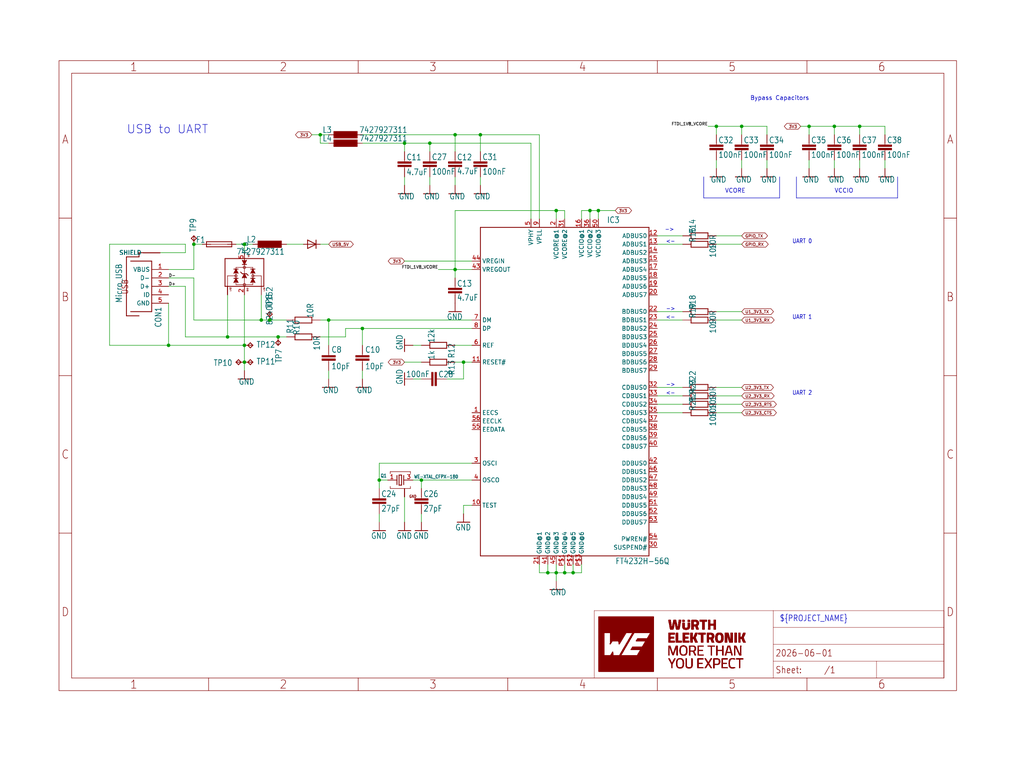
<source format=kicad_sch>
(kicad_sch (version 20231120) (generator "eeschema") (generator_version "8.0")
  (paper "User" 308.61 228.27)
  (lib_symbols
    (symbol "261503933xxxx_HW-V2-eagle-import:Diode_DFLS130L-7"
      (symbol "Diode_DFLS130L-7_1_0"
        (pin passive line (at 0 -2.54 90) (length 2.54) (name "A") (number "A"))
        (pin passive line (at 0 2.54 270) (length 2.54) (name "C") (number "K"))
      )
    )
    (symbol "261503933xxxx_HW-V2-eagle-import:EMCComponents (rev17f)_WE-TVS_82400152"
      (property "Reference" "D" (at -7.41 -2.69 90))
      (symbol "EMCComponents (rev17f)_WE-TVS_82400152_1_0"
        (text "GND" (at -0.708 -4.11 900) (effects (font (size 0.4064 0.3454)) (justify left bottom)))
        (text "I/O1" (at -5.748 -4.06 900) (effects (font (size 0.4064 0.3454)) (justify left bottom)))
        (text "I/O2" (at 4.412 -4.08 900) (effects (font (size 0.4064 0.3454)) (justify left bottom)))
        (text "VDD" (at -1.058 6.22 900) (effects (font (size 0.4064 0.3454)) (justify left bottom)))
        (pin bidirectional line (at -5.08 -5.08 90) (length 2.54) (name "I/O1") (number "1"))
        (pin power_in line (at 0 -5.08 90) (length 2.54) (name "GND") (number "2"))
        (pin bidirectional line (at 5.08 -5.08 90) (length 2.54) (name "I/O2") (number "3"))
        (pin bidirectional line (at 5.08 -5.08 90) (length 2.54) (name "I/O2") (number "4"))
        (pin power_in line (at 0 7.62 270) (length 2.54) (name "VDD") (number "5"))
        (pin bidirectional line (at -5.08 -5.08 90) (length 2.54) (name "I/O1") (number "6"))
      )
    )
    (symbol "261503933xxxx_HW-V2-eagle-import:WE_EMCComponents (rev19c)_WE-XTAL_CFPX-180"
      (property "Reference" "Q" (at -1.5 3.556 0))
      (symbol "WE_EMCComponents (rev19c)_WE-XTAL_CFPX-180_1_0"
        (text "GND" (at 3.9 -5.4 0) (effects (font (size 0.8128 0.6908)) (justify left bottom)))
        (pin passive line (at -2.54 0 0) (length 2.54) (name "1") (number "1"))
        (pin passive line (at 2.54 -5.08 90) (length 2.54) (name "GND") (number "2"))
        (pin passive line (at 5.08 0 180) (length 2.54) (name "2") (number "3"))
        (pin passive line (at 2.54 -5.08 90) (length 2.54) (name "GND") (number "4"))
      )
    )
    (symbol "261503933xxxx_HW-V2-eagle-import:WE_InputOutputIO (rev18a)_629105150521"
      (property "Reference" "J" (at -2.54 10.668 0))
      (symbol "WE_InputOutputIO (rev18a)_629105150521_1_0"
        (text "USB" (at 4.445 -2.2225 900) (effects (font (size 1.778 1.5113)) (justify left bottom)))
        (pin passive line (at -7.62 -5.08 0) (length 5.08) (name "VBUS") (number "1"))
        (pin passive line (at -7.62 -2.54 0) (length 5.08) (name "D-") (number "2"))
        (pin passive line (at -7.62 0 0) (length 5.08) (name "D+") (number "3"))
        (pin passive line (at -7.62 2.54 0) (length 5.08) (name "ID") (number "4"))
        (pin passive line (at -7.62 5.08 0) (length 5.08) (name "GND") (number "5"))
        (pin passive line (at -5.08 -10.16 0) (length 5.08) (name "SHIELD") (number "SHELL"))
        (pin passive line (at -5.08 -10.16 0) (length 5.08) (name "SHIELD") (number "SHELL1"))
        (pin passive line (at -5.08 -10.16 0) (length 5.08) (name "SHIELD") (number "SHELL2"))
        (pin passive line (at -5.08 -10.16 0) (length 5.08) (name "SHIELD") (number "SHELL3"))
      )
    )
    (symbol "261503933xxxx_HW-V2-eagle-import:frames_A4L-LOC_WE"
      (symbol "frames_A4L-LOC_WE_1_0"
        (text "${#}/${##}" (at 230.505 5.08 0) (effects (font (size 2 1.7)) (justify left bottom)))
        (text "${CURRENT_DATE}" (at 215.9 10.16 0) (effects (font (size 2 1.7)) (justify left bottom)))
        (text "${PROJECTNAME}" (at 215.9 15.24 0) (effects (font (size 2 1.7)) (justify left bottom)))
        (text "1" (at 22.5417 1.905 0) (effects (font (size 2.54 2.286))))
        (text "1" (at 22.5417 188.095 0) (effects (font (size 2.54 2.286))))
        (text "2" (at 67.625 1.905 0) (effects (font (size 2.54 2.286))))
        (text "2" (at 67.625 188.095 0) (effects (font (size 2.54 2.286))))
        (text "3" (at 112.7083 1.905 0) (effects (font (size 2.54 2.286))))
        (text "3" (at 112.7083 188.095 0) (effects (font (size 2.54 2.286))))
        (text "4" (at 157.7917 1.905 0) (effects (font (size 2.54 2.286))))
        (text "4" (at 157.7917 188.095 0) (effects (font (size 2.54 2.286))))
        (text "5" (at 202.875 1.905 0) (effects (font (size 2.54 2.286))))
        (text "5" (at 202.875 188.095 0) (effects (font (size 2.54 2.286))))
        (text "6" (at 247.9583 1.905 0) (effects (font (size 2.54 2.286))))
        (text "6" (at 247.9583 188.095 0) (effects (font (size 2.54 2.286))))
        (text "A" (at 1.905 166.25 0) (effects (font (size 2.54 2.286))))
        (text "A" (at 268.595 166.25 0) (effects (font (size 2.54 2.286))))
        (text "B" (at 1.905 118.75 0) (effects (font (size 2.54 2.286))))
        (text "B" (at 268.595 118.75 0) (effects (font (size 2.54 2.286))))
        (text "C" (at 1.905 71.25 0) (effects (font (size 2.54 2.286))))
        (text "C" (at 268.595 71.25 0) (effects (font (size 2.54 2.286))))
        (text "D" (at 1.905 23.75 0) (effects (font (size 2.54 2.286))))
        (text "D" (at 268.595 23.75 0) (effects (font (size 2.54 2.286))))
        (text "Sheet:" (at 215.9 5.08 0) (effects (font (size 2 1.7)) (justify left bottom)))
      )
    )
    (symbol "261503933xxxx_HW-V2-eagle-import:ftdichip_FT4232H-56Q"
      (property "Reference" "IC" (at 12.7 49.53 0))
      (symbol "ftdichip_FT4232H-56Q_1_0"
        (pin bidirectional line (at -27.94 -7.62 0) (length 2.54) (name "EECS") (number "1"))
        (pin input line (at -27.94 -35.56 0) (length 2.54) (name "TEST") (number "10"))
        (pin input line (at -27.94 7.62 0) (length 2.54) (name "RESET#") (number "11"))
        (pin bidirectional line (at 27.94 45.72 180) (length 2.54) (name "ADBUS0") (number "12"))
        (pin bidirectional line (at 27.94 43.18 180) (length 2.54) (name "ADBUS1") (number "13"))
        (pin bidirectional line (at 27.94 40.64 180) (length 2.54) (name "ADBUS2") (number "14"))
        (pin bidirectional line (at 27.94 38.1 180) (length 2.54) (name "ADBUS3") (number "15"))
        (pin power_in line (at 5.08 50.8 270) (length 2.54) (name "VCCIO@1") (number "16"))
        (pin bidirectional line (at 27.94 35.56 180) (length 2.54) (name "ADBUS4") (number "17"))
        (pin bidirectional line (at 27.94 33.02 180) (length 2.54) (name "ADBUS5") (number "18"))
        (pin bidirectional line (at 27.94 30.48 180) (length 2.54) (name "ADBUS6") (number "19"))
        (pin power_in line (at -2.54 50.8 270) (length 2.54) (name "VCORE@1") (number "2"))
        (pin bidirectional line (at 27.94 27.94 180) (length 2.54) (name "ADBUS7") (number "20"))
        (pin power_in line (at -7.62 -53.34 90) (length 2.54) (name "GND@1") (number "21"))
        (pin bidirectional line (at 27.94 22.86 180) (length 2.54) (name "BDBUS0") (number "22"))
        (pin bidirectional line (at 27.94 20.32 180) (length 2.54) (name "BDBUS1") (number "23"))
        (pin bidirectional line (at 27.94 17.78 180) (length 2.54) (name "BDBUS2") (number "24"))
        (pin bidirectional line (at 27.94 15.24 180) (length 2.54) (name "BDBUS3") (number "25"))
        (pin bidirectional line (at 27.94 12.7 180) (length 2.54) (name "BDBUS4") (number "26"))
        (pin bidirectional line (at 27.94 10.16 180) (length 2.54) (name "BDBUS5") (number "27"))
        (pin bidirectional line (at 27.94 7.62 180) (length 2.54) (name "BDBUS6") (number "28"))
        (pin bidirectional line (at 27.94 5.08 180) (length 2.54) (name "BDBUS7") (number "29"))
        (pin input line (at -27.94 -22.86 0) (length 2.54) (name "OSCI") (number "3"))
        (pin output line (at 27.94 -48.26 180) (length 2.54) (name "SUSPEND#") (number "30"))
        (pin power_in line (at 0 50.8 270) (length 2.54) (name "VCORE@2") (number "31"))
        (pin bidirectional line (at 27.94 0 180) (length 2.54) (name "CDBUS0") (number "32"))
        (pin bidirectional line (at 27.94 -2.54 180) (length 2.54) (name "CDBUS1") (number "33"))
        (pin bidirectional line (at 27.94 -5.08 180) (length 2.54) (name "CDBUS2") (number "34"))
        (pin bidirectional line (at 27.94 -7.62 180) (length 2.54) (name "CDBUS3") (number "35"))
        (pin power_in line (at 7.62 50.8 270) (length 2.54) (name "VCCIO@2") (number "36"))
        (pin bidirectional line (at 27.94 -10.16 180) (length 2.54) (name "CDBUS4") (number "37"))
        (pin bidirectional line (at 27.94 -12.7 180) (length 2.54) (name "CDBUS5") (number "38"))
        (pin bidirectional line (at 27.94 -15.24 180) (length 2.54) (name "CDBUS6") (number "39"))
        (pin output line (at -27.94 -27.94 0) (length 2.54) (name "OSCO") (number "4"))
        (pin bidirectional line (at 27.94 -17.78 180) (length 2.54) (name "CDBUS7") (number "40"))
        (pin power_in line (at -5.08 -53.34 90) (length 2.54) (name "GND@2") (number "41"))
        (pin bidirectional line (at 27.94 -22.86 180) (length 2.54) (name "DDBUS0") (number "42"))
        (pin power_in line (at -27.94 35.56 0) (length 2.54) (name "VREGOUT") (number "43"))
        (pin power_in line (at -27.94 38.1 0) (length 2.54) (name "VREGIN") (number "44"))
        (pin power_in line (at -2.54 -53.34 90) (length 2.54) (name "GND@3") (number "45"))
        (pin bidirectional line (at 27.94 -25.4 180) (length 2.54) (name "DDBUS1") (number "46"))
        (pin bidirectional line (at 27.94 -27.94 180) (length 2.54) (name "DDBUS2") (number "47"))
        (pin bidirectional line (at 27.94 -30.48 180) (length 2.54) (name "DDBUS3") (number "48"))
        (pin bidirectional line (at 27.94 -33.02 180) (length 2.54) (name "DDBUS4") (number "49"))
        (pin power_in line (at -10.16 50.8 270) (length 2.54) (name "VPHY") (number "5"))
        (pin power_in line (at 10.16 50.8 270) (length 2.54) (name "VCCIO@3") (number "50"))
        (pin bidirectional line (at 27.94 -35.56 180) (length 2.54) (name "DDBUS5") (number "51"))
        (pin bidirectional line (at 27.94 -38.1 180) (length 2.54) (name "DDBUS6") (number "52"))
        (pin bidirectional line (at 27.94 -40.64 180) (length 2.54) (name "DDBUS7") (number "53"))
        (pin output line (at 27.94 -45.72 180) (length 2.54) (name "PWREN#") (number "54"))
        (pin output line (at -27.94 -12.7 0) (length 2.54) (name "EEDATA") (number "55"))
        (pin bidirectional line (at -27.94 -10.16 0) (length 2.54) (name "EECLK") (number "56"))
        (pin input line (at -27.94 12.7 0) (length 2.54) (name "REF") (number "6"))
        (pin input line (at -27.94 20.32 0) (length 2.54) (name "DM") (number "7"))
        (pin input line (at -27.94 17.78 0) (length 2.54) (name "DP") (number "8"))
        (pin power_in line (at -7.62 50.8 270) (length 2.54) (name "VPLL") (number "9"))
        (pin power_in line (at 0 -53.34 90) (length 2.54) (name "GND@4") (number "P$1"))
        (pin power_in line (at 2.54 -53.34 90) (length 2.54) (name "GND@5") (number "P$2"))
        (pin power_in line (at 5.08 -53.34 90) (length 2.54) (name "GND@6") (number "P$3"))
      )
    )
    (symbol "261503933xxxx_HW-V2-eagle-import:fuse_ERB-RD1R50X"
      (property "Reference" "F" (at -3.81 1.397 0))
      (symbol "fuse_ERB-RD1R50X_1_0"
        (pin passive line (at -5.08 0 0) (length 2.54) (name "1") (number "1"))
        (pin passive line (at 5.08 0 180) (length 2.54) (name "2") (number "2"))
      )
    )
    (symbol "261503933xxxx_HW-V2-eagle-import:rcl-WE_C0402_IPC"
      (property "Reference" "C" (at 1.524 0.381 0))
      (symbol "rcl-WE_C0402_IPC_1_0"
        (pin passive line (at 0 2.54 270) (length 2.54) (name "1") (number "1"))
        (pin passive line (at 0 -5.08 90) (length 2.54) (name "2") (number "2"))
      )
    )
    (symbol "261503933xxxx_HW-V2-eagle-import:rcl-amber_C0402_IPC"
      (property "Reference" "C" (at 1.524 0.381 0))
      (symbol "rcl-amber_C0402_IPC_1_0"
        (pin passive line (at 0 2.54 270) (length 2.54) (name "1") (number "1"))
        (pin passive line (at 0 -5.08 90) (length 2.54) (name "2") (number "2"))
      )
    )
    (symbol "261503933xxxx_HW-V2-eagle-import:rcl-amber_LL0402_WE-MK"
      (property "Reference" "L" (at 1.27 1.4986 0))
      (symbol "rcl-amber_LL0402_WE-MK_1_0"
        (pin passive line (at 0 5.08 270) (length 2.54) (name "1") (number "P$1"))
        (pin passive line (at 0 -5.08 90) (length 2.54) (name "2") (number "P$2"))
      )
    )
    (symbol "261503933xxxx_HW-V2-eagle-import:rcl-amber_R0402_IPC"
      (property "Reference" "R" (at -1.4986 1.27 90))
      (symbol "rcl-amber_R0402_IPC_1_0"
        (pin passive line (at -5.08 0 0) (length 2.54) (name "1") (number "1"))
        (pin passive line (at 5.08 0 180) (length 2.54) (name "2") (number "2"))
      )
    )
    (symbol "261503933xxxx_HW-V2-eagle-import:supply1_GND" (power)
      (symbol "supply1_GND_1_0"
        (pin power_in line (at 0 2.54 270) (length 2.54) (name "GND") (number "1"))
      )
    )
    (symbol "261503933xxxx_HW-V2-eagle-import:testpad_TP15R"
      (property "Reference" "TP" (at 0.762 1.016 90))
      (symbol "testpad_TP15R_1_0"
        (pin passive line (at 0 -2.54 90) (length 2.54) (name "TP") (number "P$1"))
      )
    )
  )
  (junction (at 137.16 40.64))
  (junction (at 73.66 104.14))
  (junction (at 109.22 99.06))
  (junction (at 96.52 40.64))
  (junction (at 58.42 73.66))
  (junction (at 139.7 109.22))
  (junction (at 83.82 101.6))
  (junction (at 121.92 43.18))
  (junction (at 251.46 38.1))
  (junction (at 165.1 172.72))
  (junction (at 78.74 96.52))
  (junction (at 172.72 172.72))
  (junction (at 73.66 73.66))
  (junction (at 170.18 172.72))
  (junction (at 127 144.78))
  (junction (at 137.16 81.28))
  (junction (at 144.78 40.64))
  (junction (at 114.3 144.78))
  (junction (at 243.84 38.1))
  (junction (at 68.58 101.6))
  (junction (at 215.9 38.1))
  (junction (at 223.52 38.1))
  (junction (at 167.64 172.72))
  (junction (at 129.54 43.18))
  (junction (at 73.66 109.22))
  (junction (at 180.34 63.5))
  (junction (at 81.28 96.52))
  (junction (at 99.06 96.52))
  (junction (at 259.08 38.1))
  (junction (at 177.8 63.5))
  (junction (at 167.64 63.5))
  (junction (at 50.8 104.14))
  (wire (pts (xy 73.66 88.9) (xy 73.66 104.14)) (stroke (width 0.1524)))
  (wire (pts (xy 266.7 50.8) (xy 266.7 48.26)) (stroke (width 0.1524)))
  (wire (pts (xy 96.52 96.52) (xy 99.06 96.52)) (stroke (width 0.1524)))
  (wire (pts (xy 198.12 96.52) (xy 205.74 96.52)) (stroke (width 0.1524)))
  (wire (pts (xy 139.7 109.22) (xy 137.16 109.22)) (stroke (width 0.1524)))
  (wire (pts (xy 139.7 109.22) (xy 142.24 109.22)) (stroke (width 0.1524)))
  (wire (pts (xy 73.66 73.66) (xy 76.2 73.66)) (stroke (width 0.1524)))
  (wire (pts (xy 99.06 114.3) (xy 99.06 111.76)) (stroke (width 0.1524)))
  (wire (pts (xy 266.7 38.1) (xy 259.08 38.1)) (stroke (width 0.1524)))
  (wire (pts (xy 205.74 93.98) (xy 198.12 93.98)) (stroke (width 0.1524)))
  (wire (pts (xy 198.12 119.38) (xy 205.74 119.38)) (stroke (width 0.1524)))
  (polyline (pts (xy 234.95 53.34) (xy 234.95 59.69)) (stroke (width 0.1524) (type solid)))
  (wire (pts (xy 223.52 50.8) (xy 223.52 48.26)) (stroke (width 0.1524)))
  (wire (pts (xy 175.26 66.04) (xy 175.26 63.5)) (stroke (width 0.1524)))
  (wire (pts (xy 162.56 170.18) (xy 162.56 172.72)) (stroke (width 0.1524)))
  (wire (pts (xy 137.16 55.88) (xy 137.16 53.34)) (stroke (width 0.1524)))
  (wire (pts (xy 162.56 40.64) (xy 162.56 66.04)) (stroke (width 0.1524)))
  (wire (pts (xy 142.24 78.74) (xy 121.92 78.74)) (stroke (width 0.1524)))
  (wire (pts (xy 137.16 81.28) (xy 137.16 63.5)) (stroke (width 0.1524)))
  (wire (pts (xy 139.7 152.4) (xy 142.24 152.4)) (stroke (width 0.1524)))
  (wire (pts (xy 134.62 114.3) (xy 139.7 114.3)) (stroke (width 0.1524)))
  (wire (pts (xy 124.46 114.3) (xy 127 114.3)) (stroke (width 0.1524)))
  (wire (pts (xy 129.54 43.18) (xy 121.92 43.18)) (stroke (width 0.1524)))
  (wire (pts (xy 259.08 50.8) (xy 259.08 48.26)) (stroke (width 0.1524)))
  (wire (pts (xy 48.26 76.2) (xy 55.88 76.2)) (stroke (width 0.1524)))
  (wire (pts (xy 129.54 45.72) (xy 129.54 43.18)) (stroke (width 0.1524)))
  (wire (pts (xy 259.08 38.1) (xy 251.46 38.1)) (stroke (width 0.1524)))
  (wire (pts (xy 231.14 50.8) (xy 231.14 48.26)) (stroke (width 0.1524)))
  (wire (pts (xy 180.34 63.5) (xy 185.42 63.5)) (stroke (width 0.1524)))
  (wire (pts (xy 215.9 73.66) (xy 223.52 73.66)) (stroke (width 0.1524)))
  (wire (pts (xy 127 144.78) (xy 124.46 144.78)) (stroke (width 0.1524)))
  (wire (pts (xy 205.74 71.12) (xy 198.12 71.12)) (stroke (width 0.1524)))
  (wire (pts (xy 167.64 63.5) (xy 170.18 63.5)) (stroke (width 0.1524)))
  (wire (pts (xy 167.64 172.72) (xy 170.18 172.72)) (stroke (width 0.1524)))
  (wire (pts (xy 215.9 50.8) (xy 215.9 48.26)) (stroke (width 0.1524)))
  (wire (pts (xy 55.88 73.66) (xy 33.02 73.66)) (stroke (width 0.1524)))
  (wire (pts (xy 231.14 38.1) (xy 223.52 38.1)) (stroke (width 0.1524)))
  (wire (pts (xy 144.78 45.72) (xy 144.78 40.64)) (stroke (width 0.1524)))
  (wire (pts (xy 251.46 40.64) (xy 251.46 38.1)) (stroke (width 0.1524)))
  (wire (pts (xy 177.8 63.5) (xy 180.34 63.5)) (stroke (width 0.1524)))
  (wire (pts (xy 139.7 114.3) (xy 139.7 109.22)) (stroke (width 0.1524)))
  (wire (pts (xy 251.46 38.1) (xy 243.84 38.1)) (stroke (width 0.1524)))
  (wire (pts (xy 160.02 66.04) (xy 160.02 43.18)) (stroke (width 0.1524)))
  (wire (pts (xy 96.52 43.18) (xy 96.52 40.64)) (stroke (width 0.1524)))
  (wire (pts (xy 50.8 104.14) (xy 73.66 104.14)) (stroke (width 0.1524)))
  (wire (pts (xy 170.18 172.72) (xy 172.72 172.72)) (stroke (width 0.1524)))
  (wire (pts (xy 121.92 109.22) (xy 127 109.22)) (stroke (width 0.1524)))
  (wire (pts (xy 55.88 86.36) (xy 55.88 101.6)) (stroke (width 0.1524)))
  (wire (pts (xy 175.26 172.72) (xy 175.26 170.18)) (stroke (width 0.1524)))
  (wire (pts (xy 144.78 40.64) (xy 162.56 40.64)) (stroke (width 0.1524)))
  (wire (pts (xy 114.3 157.48) (xy 114.3 154.94)) (stroke (width 0.1524)))
  (wire (pts (xy 114.3 139.7) (xy 142.24 139.7)) (stroke (width 0.1524)))
  (wire (pts (xy 121.92 45.72) (xy 121.92 43.18)) (stroke (width 0.1524)))
  (wire (pts (xy 175.26 63.5) (xy 177.8 63.5)) (stroke (width 0.1524)))
  (wire (pts (xy 139.7 154.94) (xy 139.7 152.4)) (stroke (width 0.1524)))
  (wire (pts (xy 243.84 38.1) (xy 243.84 40.64)) (stroke (width 0.1524)))
  (wire (pts (xy 73.66 76.2) (xy 73.66 73.66)) (stroke (width 0.1524)))
  (wire (pts (xy 137.16 81.28) (xy 137.16 83.82)) (stroke (width 0.1524)))
  (wire (pts (xy 198.12 73.66) (xy 205.74 73.66)) (stroke (width 0.1524)))
  (wire (pts (xy 144.78 55.88) (xy 144.78 53.34)) (stroke (width 0.1524)))
  (wire (pts (xy 170.18 170.18) (xy 170.18 172.72)) (stroke (width 0.1524)))
  (wire (pts (xy 215.9 121.92) (xy 223.52 121.92)) (stroke (width 0.1524)))
  (wire (pts (xy 137.16 81.28) (xy 132.08 81.28)) (stroke (width 0.1524)))
  (wire (pts (xy 109.22 111.76) (xy 109.22 114.3)) (stroke (width 0.1524)))
  (wire (pts (xy 129.54 55.88) (xy 129.54 53.34)) (stroke (width 0.1524)))
  (wire (pts (xy 177.8 63.5) (xy 177.8 66.04)) (stroke (width 0.1524)))
  (wire (pts (xy 142.24 81.28) (xy 137.16 81.28)) (stroke (width 0.1524)))
  (wire (pts (xy 99.06 104.14) (xy 99.06 96.52)) (stroke (width 0.1524)))
  (wire (pts (xy 215.9 38.1) (xy 213.36 38.1)) (stroke (width 0.1524)))
  (wire (pts (xy 165.1 172.72) (xy 167.64 172.72)) (stroke (width 0.1524)))
  (wire (pts (xy 78.74 88.9) (xy 78.74 96.52)) (stroke (width 0.1524)))
  (wire (pts (xy 180.34 63.5) (xy 180.34 66.04)) (stroke (width 0.1524)))
  (wire (pts (xy 167.64 172.72) (xy 167.64 175.26)) (stroke (width 0.1524)))
  (wire (pts (xy 50.8 91.44) (xy 50.8 104.14)) (stroke (width 0.1524)))
  (wire (pts (xy 96.52 73.66) (xy 99.06 73.66)) (stroke (width 0.1524)))
  (wire (pts (xy 96.52 40.64) (xy 93.98 40.64)) (stroke (width 0.1524)))
  (wire (pts (xy 241.3 38.1) (xy 243.84 38.1)) (stroke (width 0.1524)))
  (wire (pts (xy 33.02 73.66) (xy 33.02 104.14)) (stroke (width 0.1524)))
  (wire (pts (xy 50.8 104.14) (xy 33.02 104.14)) (stroke (width 0.1524)))
  (wire (pts (xy 116.84 144.78) (xy 114.3 144.78)) (stroke (width 0.1524)))
  (wire (pts (xy 121.92 43.18) (xy 109.22 43.18)) (stroke (width 0.1524)))
  (wire (pts (xy 127 157.48) (xy 127 154.94)) (stroke (width 0.1524)))
  (wire (pts (xy 205.74 116.84) (xy 198.12 116.84)) (stroke (width 0.1524)))
  (wire (pts (xy 215.9 93.98) (xy 223.52 93.98)) (stroke (width 0.1524)))
  (wire (pts (xy 266.7 40.64) (xy 266.7 38.1)) (stroke (width 0.1524)))
  (polyline (pts (xy 270.51 53.34) (xy 270.51 59.69)) (stroke (width 0.1524) (type solid)))
  (wire (pts (xy 78.74 96.52) (xy 81.28 96.52)) (stroke (width 0.1524)))
  (wire (pts (xy 215.9 116.84) (xy 223.52 116.84)) (stroke (width 0.1524)))
  (wire (pts (xy 251.46 50.8) (xy 251.46 48.26)) (stroke (width 0.1524)))
  (wire (pts (xy 259.08 40.64) (xy 259.08 38.1)) (stroke (width 0.1524)))
  (wire (pts (xy 243.84 50.8) (xy 243.84 48.26)) (stroke (width 0.1524)))
  (wire (pts (xy 223.52 119.38) (xy 215.9 119.38)) (stroke (width 0.1524)))
  (wire (pts (xy 114.3 147.32) (xy 114.3 144.78)) (stroke (width 0.1524)))
  (wire (pts (xy 99.06 40.64) (xy 96.52 40.64)) (stroke (width 0.1524)))
  (wire (pts (xy 55.88 76.2) (xy 55.88 73.66)) (stroke (width 0.1524)))
  (wire (pts (xy 104.14 101.6) (xy 104.14 99.06)) (stroke (width 0.1524)))
  (wire (pts (xy 215.9 38.1) (xy 215.9 40.64)) (stroke (width 0.1524)))
  (wire (pts (xy 172.72 172.72) (xy 175.26 172.72)) (stroke (width 0.1524)))
  (wire (pts (xy 58.42 81.28) (xy 50.8 81.28)) (stroke (width 0.1524)))
  (wire (pts (xy 215.9 124.46) (xy 223.52 124.46)) (stroke (width 0.1524)))
  (wire (pts (xy 223.52 38.1) (xy 215.9 38.1)) (stroke (width 0.1524)))
  (wire (pts (xy 172.72 170.18) (xy 172.72 172.72)) (stroke (width 0.1524)))
  (wire (pts (xy 162.56 172.72) (xy 165.1 172.72)) (stroke (width 0.1524)))
  (wire (pts (xy 109.22 99.06) (xy 104.14 99.06)) (stroke (width 0.1524)))
  (wire (pts (xy 215.9 71.12) (xy 223.52 71.12)) (stroke (width 0.1524)))
  (polyline (pts (xy 240.03 59.69) (xy 240.03 53.34)) (stroke (width 0.1524) (type solid)))
  (wire (pts (xy 58.42 73.66) (xy 58.42 81.28)) (stroke (width 0.1524)))
  (wire (pts (xy 109.22 40.64) (xy 137.16 40.64)) (stroke (width 0.1524)))
  (wire (pts (xy 121.92 55.88) (xy 121.92 53.34)) (stroke (width 0.1524)))
  (wire (pts (xy 167.64 63.5) (xy 167.64 66.04)) (stroke (width 0.1524)))
  (wire (pts (xy 73.66 73.66) (xy 71.12 73.66)) (stroke (width 0.1524)))
  (wire (pts (xy 160.02 43.18) (xy 129.54 43.18)) (stroke (width 0.1524)))
  (wire (pts (xy 86.36 73.66) (xy 91.44 73.66)) (stroke (width 0.1524)))
  (wire (pts (xy 58.42 96.52) (xy 58.42 83.82)) (stroke (width 0.1524)))
  (wire (pts (xy 142.24 144.78) (xy 127 144.78)) (stroke (width 0.1524)))
  (wire (pts (xy 137.16 40.64) (xy 144.78 40.64)) (stroke (width 0.1524)))
  (polyline (pts (xy 234.95 59.69) (xy 212.09 59.69)) (stroke (width 0.1524) (type solid)))
  (wire (pts (xy 165.1 170.18) (xy 165.1 172.72)) (stroke (width 0.1524)))
  (wire (pts (xy 55.88 101.6) (xy 68.58 101.6)) (stroke (width 0.1524)))
  (wire (pts (xy 223.52 40.64) (xy 223.52 38.1)) (stroke (width 0.1524)))
  (wire (pts (xy 124.46 104.14) (xy 127 104.14)) (stroke (width 0.1524)))
  (wire (pts (xy 215.9 96.52) (xy 223.52 96.52)) (stroke (width 0.1524)))
  (polyline (pts (xy 212.09 59.69) (xy 212.09 53.34)) (stroke (width 0.1524) (type solid)))
  (wire (pts (xy 73.66 104.14) (xy 73.66 109.22)) (stroke (width 0.1524)))
  (wire (pts (xy 170.18 63.5) (xy 170.18 66.04)) (stroke (width 0.1524)))
  (wire (pts (xy 127 147.32) (xy 127 144.78)) (stroke (width 0.1524)))
  (wire (pts (xy 86.36 101.6) (xy 83.82 101.6)) (stroke (width 0.1524)))
  (wire (pts (xy 231.14 40.64) (xy 231.14 38.1)) (stroke (width 0.1524)))
  (wire (pts (xy 114.3 144.78) (xy 114.3 139.7)) (stroke (width 0.1524)))
  (wire (pts (xy 198.12 121.92) (xy 205.74 121.92)) (stroke (width 0.1524)))
  (wire (pts (xy 58.42 96.52) (xy 78.74 96.52)) (stroke (width 0.1524)))
  (wire (pts (xy 109.22 99.06) (xy 142.24 99.06)) (stroke (width 0.1524)))
  (wire (pts (xy 96.52 101.6) (xy 104.14 101.6)) (stroke (width 0.1524)))
  (wire (pts (xy 137.16 104.14) (xy 142.24 104.14)) (stroke (width 0.1524)))
  (wire (pts (xy 68.58 101.6) (xy 68.58 88.9)) (stroke (width 0.1524)))
  (wire (pts (xy 198.12 124.46) (xy 205.74 124.46)) (stroke (width 0.1524)))
  (wire (pts (xy 81.28 96.52) (xy 86.36 96.52)) (stroke (width 0.1524)))
  (wire (pts (xy 167.64 170.18) (xy 167.64 172.72)) (stroke (width 0.1524)))
  (wire (pts (xy 137.16 63.5) (xy 167.64 63.5)) (stroke (width 0.1524)))
  (wire (pts (xy 109.22 104.14) (xy 109.22 99.06)) (stroke (width 0.1524)))
  (wire (pts (xy 60.96 73.66) (xy 58.42 73.66)) (stroke (width 0.1524)))
  (wire (pts (xy 137.16 45.72) (xy 137.16 40.64)) (stroke (width 0.1524)))
  (wire (pts (xy 121.92 157.48) (xy 121.92 149.86)) (stroke (width 0.1524)))
  (wire (pts (xy 58.42 83.82) (xy 50.8 83.82)) (stroke (width 0.1524)))
  (wire (pts (xy 99.06 43.18) (xy 96.52 43.18)) (stroke (width 0.1524)))
  (wire (pts (xy 99.06 96.52) (xy 142.24 96.52)) (stroke (width 0.1524)))
  (polyline (pts (xy 270.51 59.69) (xy 240.03 59.69)) (stroke (width 0.1524) (type solid)))
  (wire (pts (xy 68.58 101.6) (xy 83.82 101.6)) (stroke (width 0.1524)))
  (wire (pts (xy 50.8 86.36) (xy 55.88 86.36)) (stroke (width 0.1524)))
  (wire (pts (xy 73.66 109.22) (xy 73.66 111.76)) (stroke (width 0.1524)))
  (text "UART 1" (at 238.76 96.52 0) (effects (font (size 1.27 1.0795)) (justify left bottom)))
  (text "${PROJECT_NAME}" (at 234.95 187.706 0) (effects (font (size 1.778 1.5113)) (justify left bottom)))
  (text "->" (at 200.66 93.98 0) (effects (font (size 1.27 1.0795)) (justify left bottom)))
  (text "VCCIO" (at 251.46 58.42 0) (effects (font (size 1.27 1.27)) (justify left bottom)))
  (text "USB to UART" (at 38.1 40.64 0) (effects (font (size 2.54 2.54)) (justify left bottom)))
  (text "UART 2" (at 238.76 119.38 0) (effects (font (size 1.27 1.0795)) (justify left bottom)))
  (text "<-" (at 200.66 73.66 0) (effects (font (size 1.27 1.0795)) (justify left bottom)))
  (text "VCORE" (at 218.44 58.42 0) (effects (font (size 1.27 1.27)) (justify left bottom)))
  (text "Bypass Capacitors" (at 226.06 30.48 0) (effects (font (size 1.27 1.27)) (justify left bottom)))
  (text "->" (at 203.2 68.58 0) (effects (font (size 1.27 1.0795)) (justify right top)))
  (text "<-" (at 200.66 119.38 0) (effects (font (size 1.27 1.0795)) (justify left bottom)))
  (text "->" (at 200.66 116.84 0) (effects (font (size 1.27 1.0795)) (justify left bottom)))
  (text "<-" (at 200.66 96.52 0) (effects (font (size 1.27 1.0795)) (justify left bottom)))
  (text "UART 0" (at 238.76 73.66 0) (effects (font (size 1.27 1.0795)) (justify left bottom)))
  (label "FTDI_1V8_VCORE" (at 213.36 38.1 180) (effects (font (size 0.889 0.889))))
  (label "D-" (at 50.8 83.82 0) (effects (font (size 0.889 0.889))))
  (label "FTDI_1V8_VCORE" (at 132.08 81.28 180) (effects (font (size 0.889 0.889))))
  (label "D+" (at 50.8 86.36 0) (effects (font (size 0.889 0.889))))
  (global_label "3V3" (shape bidirectional) (at 185.42 63.5 0) (effects (font (size 0.889 0.889))) (property "Intersheetrefs" "${INTERSHEET_REFS}" (effects (hide yes))))
  (global_label "U2_3V3_RTS" (shape bidirectional) (at 223.52 121.92 0) (effects (font (size 0.889 0.889))) (property "Intersheetrefs" "${INTERSHEET_REFS}" (effects (hide yes))))
  (global_label "U2_3V3_RX" (shape bidirectional) (at 223.52 119.38 0) (effects (font (size 0.889 0.889))) (property "Intersheetrefs" "${INTERSHEET_REFS}" (effects (hide yes))))
  (global_label "3V3" (shape bidirectional) (at 121.92 78.74 180) (effects (font (size 0.889 0.889))) (property "Intersheetrefs" "${INTERSHEET_REFS}" (effects (hide yes))))
  (global_label "3V3" (shape bidirectional) (at 121.92 109.22 180) (effects (font (size 0.889 0.889))) (property "Intersheetrefs" "${INTERSHEET_REFS}" (effects (hide yes))))
  (global_label "GPIO_RX" (shape bidirectional) (at 223.52 73.66 0) (effects (font (size 0.889 0.889))) (property "Intersheetrefs" "${INTERSHEET_REFS}" (effects (hide yes))))
  (global_label "U1_3V3_RX" (shape bidirectional) (at 223.52 96.52 0) (effects (font (size 0.889 0.889))) (property "Intersheetrefs" "${INTERSHEET_REFS}" (effects (hide yes))))
  (global_label "GPIO_TX" (shape bidirectional) (at 223.52 71.12 0) (effects (font (size 0.889 0.889))) (property "Intersheetrefs" "${INTERSHEET_REFS}" (effects (hide yes))))
  (global_label "3V3" (shape bidirectional) (at 241.3 38.1 180) (effects (font (size 0.889 0.889))) (property "Intersheetrefs" "${INTERSHEET_REFS}" (effects (hide yes))))
  (global_label "U2_3V3_TX" (shape bidirectional) (at 223.52 116.84 0) (effects (font (size 0.889 0.889))) (property "Intersheetrefs" "${INTERSHEET_REFS}" (effects (hide yes))))
  (global_label "3V3" (shape bidirectional) (at 93.98 40.64 180) (effects (font (size 0.889 0.889))) (property "Intersheetrefs" "${INTERSHEET_REFS}" (effects (hide yes))))
  (global_label "U1_3V3_TX" (shape bidirectional) (at 223.52 93.98 0) (effects (font (size 0.889 0.889))) (property "Intersheetrefs" "${INTERSHEET_REFS}" (effects (hide yes))))
  (global_label "USB_5V" (shape bidirectional) (at 99.06 73.66 0) (effects (font (size 0.889 0.889))) (property "Intersheetrefs" "${INTERSHEET_REFS}" (effects (hide yes))))
  (global_label "U2_3V3_CTS" (shape bidirectional) (at 223.52 124.46 0) (effects (font (size 0.889 0.889))) (property "Intersheetrefs" "${INTERSHEET_REFS}" (effects (hide yes))))
  (symbol (lib_id "261503933xxxx_HW-V2-eagle-import:rcl-amber_LL0402_WE-MK") (at 104.14 40.64 270) (mirror x) (unit 1)
    (property "Reference" "L3" (at 100.076 40.1574 90) (effects (font (size 1.778 1.5113)) (justify right top)))
    (property "Value" "7427927311" (at 108.204 40.132 90) (effects (font (size 1.778 1.5113)) (justify left top)))
    (property "Footprint" "261503933xxxx_HW-V2:L0402_WE-MK" (effects (hide yes)))
    (property "MANUFACTURER" "Würth Elektronik" (effects (hide yes)))
    (property "NR" "7427927311" (effects (hide yes)))
  )
  (symbol (lib_id "261503933xxxx_HW-V2-eagle-import:rcl-amber_R0402_IPC") (at 132.08 104.14 0) (mirror x) (unit 1)
    (property "Reference" "R12" (at 135.12 103.4414 90) (effects (font (size 1.778 1.5113)) (justify left top)))
    (property "Value" "12k" (at 129.04 103.462 90) (effects (font (size 1.778 1.5113)) (justify right top)))
    (property "Footprint" "261503933xxxx_HW-V2:R0402_IPC" (effects (hide yes)))
    (property "P" "1/16W" (effects (hide yes)))
  )
  (symbol (lib_id "261503933xxxx_HW-V2-eagle-import:supply1_GND") (at 259.08 53.34 0) (unit 1)
    (property "Reference" "#GND81" (effects (hide yes)))
    (property "Value" "GND" (at 257.302 55.118 0) (effects (font (size 1.778 1.5113)) (justify left bottom)))
  )
  (symbol (lib_id "261503933xxxx_HW-V2-eagle-import:EMCComponents (rev17f)_WE-TVS_82400152") (at 73.66 83.82 0) (mirror y) (unit 1)
    (property "Reference" "IC6" (at 72.898 76.708 90) (effects (font (size 1.778 1.5113)) (justify left bottom)))
    (property "Value" "82400152" (at 80.264 86.36 90) (effects (font (size 1.778 1.5113)) (justify right bottom)))
    (property "Footprint" "261503933xxxx_HW-V2:WE-TVS_SOT563" (effects (hide yes)))
    (property "HEIGHT" "0.55m" (effects (hide yes)))
    (property "MANUFACTURER" "Würth Elektronik" (effects (hide yes)))
    (property "NR" "82400152" (effects (hide yes)))
    (property "PACK" "SMT" (effects (hide yes)))
  )
  (symbol (lib_id "261503933xxxx_HW-V2-eagle-import:rcl-amber_C0402_IPC") (at 215.9 45.72 0) (mirror x) (unit 1)
    (property "Reference" "C32" (at 216.446 43.253 0) (effects (font (size 1.778 1.5113)) (justify left top)))
    (property "Value" "100nF" (at 216.454 45.707 0) (effects (font (size 1.778 1.5113)) (justify left bottom)))
    (property "Footprint" "261503933xxxx_HW-V2:C0402_IPC" (effects (hide yes)))
    (property "MANUFACTURER" "Würth Elektronik" (effects (hide yes)))
    (property "MAT" "X7R" (effects (hide yes)))
    (property "NR" "885012205037" (effects (hide yes)))
    (property "SPG" "16V" (effects (hide yes)))
    (property "TOL" "10%" (effects (hide yes)))
  )
  (symbol (lib_id "261503933xxxx_HW-V2-eagle-import:rcl-amber_C0402_IPC") (at 243.84 45.72 0) (mirror x) (unit 1)
    (property "Reference" "C35" (at 244.386 43.253 0) (effects (font (size 1.778 1.5113)) (justify left top)))
    (property "Value" "100nF" (at 244.394 45.707 0) (effects (font (size 1.778 1.5113)) (justify left bottom)))
    (property "Footprint" "261503933xxxx_HW-V2:C0402_IPC" (effects (hide yes)))
    (property "MANUFACTURER" "Würth Elektronik" (effects (hide yes)))
    (property "MAT" "X7R" (effects (hide yes)))
    (property "NR" "885012205037" (effects (hide yes)))
    (property "SPG" "16V" (effects (hide yes)))
    (property "TOL" "10%" (effects (hide yes)))
  )
  (symbol (lib_id "261503933xxxx_HW-V2-eagle-import:rcl-amber_R0402_IPC") (at 210.82 96.52 0) (mirror x) (unit 1)
    (property "Reference" "R19" (at 207.772 96.012 90) (effects (font (size 1.778 1.5113)) (justify right top)))
    (property "Value" "10R" (at 213.868 96.012 90) (effects (font (size 1.778 1.5113)) (justify left top)))
    (property "Footprint" "261503933xxxx_HW-V2:R0402_IPC" (effects (hide yes)))
  )
  (symbol (lib_id "261503933xxxx_HW-V2-eagle-import:frames_A4L-LOC_WE") (at 17.78 208.28 0) (unit 1)
    (property "Reference" "#FR3" (effects (hide yes)))
    (property "Value" "A4L-LOC_WE" (effects (hide yes)))
  )
  (symbol (lib_id "261503933xxxx_HW-V2-eagle-import:rcl-amber_LL0402_WE-MK") (at 104.14 43.18 270) (mirror x) (unit 1)
    (property "Reference" "L4" (at 100.076 42.6974 90) (effects (font (size 1.778 1.5113)) (justify right top)))
    (property "Value" "7427927311" (at 108.204 42.672 90) (effects (font (size 1.778 1.5113)) (justify left top)))
    (property "Footprint" "261503933xxxx_HW-V2:L0402_WE-MK" (effects (hide yes)))
    (property "MANUFACTURER" "Würth Elektronik" (effects (hide yes)))
    (property "NR" "7427927311" (effects (hide yes)))
  )
  (symbol (lib_id "261503933xxxx_HW-V2-eagle-import:rcl-amber_C0402_IPC") (at 127 152.4 0) (mirror x) (unit 1)
    (property "Reference" "C26" (at 127.546 149.933 0) (effects (font (size 1.778 1.5113)) (justify left top)))
    (property "Value" "27pF" (at 127.554 152.387 0) (effects (font (size 1.778 1.5113)) (justify left bottom)))
    (property "Footprint" "261503933xxxx_HW-V2:C0402_IPC" (effects (hide yes)))
    (property "MANUFACTURER" "Samsung" (effects (hide yes)))
    (property "NR" "CL05C270JB5NNNC" (effects (hide yes)))
  )
  (symbol (lib_id "261503933xxxx_HW-V2-eagle-import:supply1_GND") (at 121.92 160.02 0) (unit 1)
    (property "Reference" "#GND86" (effects (hide yes)))
    (property "Value" "GND" (at 119.38 162.56 0) (effects (font (size 1.778 1.5113)) (justify left bottom)))
  )
  (symbol (lib_id "261503933xxxx_HW-V2-eagle-import:supply1_GND") (at 215.9 53.34 0) (unit 1)
    (property "Reference" "#GND76" (effects (hide yes)))
    (property "Value" "GND" (at 214.122 55.118 0) (effects (font (size 1.778 1.5113)) (justify left bottom)))
  )
  (symbol (lib_id "261503933xxxx_HW-V2-eagle-import:rcl-amber_C0402_IPC") (at 114.3 152.4 0) (mirror x) (unit 1)
    (property "Reference" "C24" (at 114.846 149.933 0) (effects (font (size 1.778 1.5113)) (justify left top)))
    (property "Value" "27pF" (at 114.854 152.387 0) (effects (font (size 1.778 1.5113)) (justify left bottom)))
    (property "Footprint" "261503933xxxx_HW-V2:C0402_IPC" (effects (hide yes)))
    (property "MANUFACTURER" "Samsung" (effects (hide yes)))
    (property "NR" "CL05C270JB5NNNC" (effects (hide yes)))
  )
  (symbol (lib_id "261503933xxxx_HW-V2-eagle-import:testpad_TP15R") (at 76.2 104.14 270) (unit 1)
    (property "Reference" "TP12" (at 77.216 104.902 90) (effects (font (size 1.778 1.5113)) (justify left bottom)))
    (property "Value" "TP15R" (effects (hide yes)))
    (property "Footprint" "261503933xxxx_HW-V2:TP15R" (effects (hide yes)))
  )
  (symbol (lib_id "261503933xxxx_HW-V2-eagle-import:testpad_TP15R") (at 58.42 71.12 0) (unit 1)
    (property "Reference" "TP9" (at 59.182 70.104 90) (effects (font (size 1.778 1.5113)) (justify left bottom)))
    (property "Value" "TP15R" (effects (hide yes)))
    (property "Footprint" "261503933xxxx_HW-V2:TP15R" (effects (hide yes)))
  )
  (symbol (lib_id "261503933xxxx_HW-V2-eagle-import:rcl-amber_C0402_IPC") (at 251.46 45.72 0) (mirror x) (unit 1)
    (property "Reference" "C36" (at 252.006 43.253 0) (effects (font (size 1.778 1.5113)) (justify left top)))
    (property "Value" "100nF" (at 252.014 45.707 0) (effects (font (size 1.778 1.5113)) (justify left bottom)))
    (property "Footprint" "261503933xxxx_HW-V2:C0402_IPC" (effects (hide yes)))
    (property "MANUFACTURER" "Würth Elektronik" (effects (hide yes)))
    (property "MAT" "X7R" (effects (hide yes)))
    (property "NR" "885012205037" (effects (hide yes)))
    (property "SPG" "16V" (effects (hide yes)))
    (property "TOL" "10%" (effects (hide yes)))
  )
  (symbol (lib_id "261503933xxxx_HW-V2-eagle-import:testpad_TP15R") (at 83.82 104.14 180) (unit 1)
    (property "Reference" "TP7" (at 83.058 105.156 90) (effects (font (size 1.778 1.5113)) (justify left bottom)))
    (property "Value" "TP15R" (effects (hide yes)))
    (property "Footprint" "261503933xxxx_HW-V2:TP15R" (effects (hide yes)))
  )
  (symbol (lib_id "261503933xxxx_HW-V2-eagle-import:rcl-amber_R0402_IPC") (at 210.82 121.92 0) (mirror x) (unit 1)
    (property "Reference" "R24" (at 207.772 121.412 90) (effects (font (size 1.778 1.5113)) (justify right top)))
    (property "Value" "10R" (at 213.868 121.412 90) (effects (font (size 1.778 1.5113)) (justify left top)))
    (property "Footprint" "261503933xxxx_HW-V2:R0402_IPC" (effects (hide yes)))
  )
  (symbol (lib_id "261503933xxxx_HW-V2-eagle-import:supply1_GND") (at 139.7 157.48 0) (unit 1)
    (property "Reference" "#GND83" (effects (hide yes)))
    (property "Value" "GND" (at 137.16 160.02 0) (effects (font (size 1.778 1.5113)) (justify left bottom)))
  )
  (symbol (lib_id "261503933xxxx_HW-V2-eagle-import:supply1_GND") (at 114.3 160.02 0) (unit 1)
    (property "Reference" "#GND85" (effects (hide yes)))
    (property "Value" "GND" (at 111.76 162.56 0) (effects (font (size 1.778 1.5113)) (justify left bottom)))
  )
  (symbol (lib_id "261503933xxxx_HW-V2-eagle-import:rcl-amber_R0402_IPC") (at 210.82 71.12 0) (mirror x) (unit 1)
    (property "Reference" "R14" (at 207.772 70.612 90) (effects (font (size 1.778 1.5113)) (justify right top)))
    (property "Value" "10R" (at 213.868 70.612 90) (effects (font (size 1.778 1.5113)) (justify left top)))
    (property "Footprint" "261503933xxxx_HW-V2:R0402_IPC" (effects (hide yes)))
  )
  (symbol (lib_id "261503933xxxx_HW-V2-eagle-import:supply1_GND") (at 167.64 177.8 0) (unit 1)
    (property "Reference" "#GND20" (effects (hide yes)))
    (property "Value" "GND" (at 165.862 179.578 0) (effects (font (size 1.778 1.5113)) (justify left bottom)))
  )
  (symbol (lib_id "261503933xxxx_HW-V2-eagle-import:supply1_GND") (at 137.16 93.98 0) (unit 1)
    (property "Reference" "#GND16" (effects (hide yes)))
    (property "Value" "GND" (at 134.62 96.52 0) (effects (font (size 1.778 1.5113)) (justify left bottom)))
  )
  (symbol (lib_id "261503933xxxx_HW-V2-eagle-import:fuse_ERB-RD1R50X") (at 66.04 73.66 0) (unit 1)
    (property "Reference" "F1" (at 61.976 73.279 0) (effects (font (size 1.778 1.5113)) (justify right bottom)))
    (property "Value" "ERB-RD1R50X" (effects (hide yes)))
    (property "Footprint" "261503933xxxx_HW-V2:0402" (effects (hide yes)))
  )
  (symbol (lib_id "261503933xxxx_HW-V2-eagle-import:rcl-amber_R0402_IPC") (at 210.82 73.66 0) (mirror x) (unit 1)
    (property "Reference" "R15" (at 207.772 73.152 90) (effects (font (size 1.778 1.5113)) (justify right top)))
    (property "Value" "10R" (at 213.868 73.152 90) (effects (font (size 1.778 1.5113)) (justify left top)))
    (property "Footprint" "261503933xxxx_HW-V2:R0402_IPC" (effects (hide yes)))
  )
  (symbol (lib_id "261503933xxxx_HW-V2-eagle-import:testpad_TP15R") (at 81.28 93.98 0) (unit 1)
    (property "Reference" "TP8" (at 82.042 92.964 90) (effects (font (size 1.778 1.5113)) (justify left bottom)))
    (property "Value" "TP15R" (effects (hide yes)))
    (property "Footprint" "261503933xxxx_HW-V2:TP15R" (effects (hide yes)))
  )
  (symbol (lib_id "261503933xxxx_HW-V2-eagle-import:supply1_GND") (at 231.14 53.34 0) (unit 1)
    (property "Reference" "#GND78" (effects (hide yes)))
    (property "Value" "GND" (at 229.362 55.118 0) (effects (font (size 1.778 1.5113)) (justify left bottom)))
  )
  (symbol (lib_id "261503933xxxx_HW-V2-eagle-import:rcl-amber_R0402_IPC") (at 91.44 101.6 0) (mirror x) (unit 1)
    (property "Reference" "R10" (at 88.392 101.092 90) (effects (font (size 1.778 1.5113)) (justify right top)))
    (property "Value" "10R" (at 94.488 101.092 90) (effects (font (size 1.778 1.5113)) (justify left top)))
    (property "Footprint" "261503933xxxx_HW-V2:R0402_IPC" (effects (hide yes)))
  )
  (symbol (lib_id "261503933xxxx_HW-V2-eagle-import:supply1_GND") (at 99.06 116.84 0) (unit 1)
    (property "Reference" "#GND56" (effects (hide yes)))
    (property "Value" "GND" (at 97.282 118.618 0) (effects (font (size 1.778 1.5113)) (justify left bottom)))
  )
  (symbol (lib_id "261503933xxxx_HW-V2-eagle-import:rcl-amber_R0402_IPC") (at 91.44 96.52 180) (unit 1)
    (property "Reference" "R11" (at 88.392 96.012 90) (effects (font (size 1.778 1.5113)) (justify left top)))
    (property "Value" "10R" (at 94.488 96.012 90) (effects (font (size 1.778 1.5113)) (justify right top)))
    (property "Footprint" "261503933xxxx_HW-V2:R0402_IPC" (effects (hide yes)))
  )
  (symbol (lib_id "261503933xxxx_HW-V2-eagle-import:rcl-amber_LL0402_WE-MK") (at 81.28 73.66 270) (mirror x) (unit 1)
    (property "Reference" "L2" (at 77.216 73.1774 90) (effects (font (size 1.778 1.5113)) (justify right top)))
    (property "Value" "7427927311" (at 85.852 74.93 90) (effects (font (size 1.778 1.5113)) (justify right bottom)))
    (property "Footprint" "261503933xxxx_HW-V2:L0402_WE-MK" (effects (hide yes)))
    (property "MANUFACTURER" "Würth Elektronik" (effects (hide yes)))
    (property "NR" "7427927311" (effects (hide yes)))
  )
  (symbol (lib_id "261503933xxxx_HW-V2-eagle-import:rcl-amber_R0402_IPC") (at 210.82 119.38 0) (mirror x) (unit 1)
    (property "Reference" "R23" (at 207.772 118.872 90) (effects (font (size 1.778 1.5113)) (justify right top)))
    (property "Value" "10R" (at 213.868 118.872 90) (effects (font (size 1.778 1.5113)) (justify left top)))
    (property "Footprint" "261503933xxxx_HW-V2:R0402_IPC" (effects (hide yes)))
  )
  (symbol (lib_id "261503933xxxx_HW-V2-eagle-import:rcl-WE_C0402_IPC") (at 137.16 48.26 0) (unit 1)
    (property "Reference" "C12" (at 137.668 48.387 0) (effects (font (size 1.778 1.5113)) (justify left bottom)))
    (property "Value" "4.7uF" (at 137.668 50.673 0) (effects (font (size 1.778 1.5113)) (justify left top)))
    (property "Footprint" "261503933xxxx_HW-V2:C0402_IPC" (effects (hide yes)))
  )
  (symbol (lib_id "261503933xxxx_HW-V2-eagle-import:rcl-amber_C0402_IPC") (at 259.08 45.72 0) (mirror x) (unit 1)
    (property "Reference" "C37" (at 259.626 43.253 0) (effects (font (size 1.778 1.5113)) (justify left top)))
    (property "Value" "100nF" (at 259.634 45.707 0) (effects (font (size 1.778 1.5113)) (justify left bottom)))
    (property "Footprint" "261503933xxxx_HW-V2:C0402_IPC" (effects (hide yes)))
    (property "MANUFACTURER" "Würth Elektronik" (effects (hide yes)))
    (property "MAT" "X7R" (effects (hide yes)))
    (property "NR" "885012205037" (effects (hide yes)))
    (property "SPG" "16V" (effects (hide yes)))
    (property "TOL" "10%" (effects (hide yes)))
  )
  (symbol (lib_id "261503933xxxx_HW-V2-eagle-import:supply1_GND") (at 266.7 53.34 0) (unit 1)
    (property "Reference" "#GND82" (effects (hide yes)))
    (property "Value" "GND" (at 264.922 55.118 0) (effects (font (size 1.778 1.5113)) (justify left bottom)))
  )
  (symbol (lib_id "261503933xxxx_HW-V2-eagle-import:rcl-amber_C0402_IPC") (at 231.14 45.72 0) (mirror x) (unit 1)
    (property "Reference" "C34" (at 231.686 43.253 0) (effects (font (size 1.778 1.5113)) (justify left top)))
    (property "Value" "100nF" (at 231.694 45.707 0) (effects (font (size 1.778 1.5113)) (justify left bottom)))
    (property "Footprint" "261503933xxxx_HW-V2:C0402_IPC" (effects (hide yes)))
    (property "MANUFACTURER" "Würth Elektronik" (effects (hide yes)))
    (property "MAT" "X7R" (effects (hide yes)))
    (property "NR" "885012205037" (effects (hide yes)))
    (property "SPG" "16V" (effects (hide yes)))
    (property "TOL" "10%" (effects (hide yes)))
  )
  (symbol (lib_id "261503933xxxx_HW-V2-eagle-import:supply1_GND") (at 127 160.02 0) (unit 1)
    (property "Reference" "#GND87" (effects (hide yes)))
    (property "Value" "GND" (at 124.46 162.56 0) (effects (font (size 1.778 1.5113)) (justify left bottom)))
  )
  (symbol (lib_id "261503933xxxx_HW-V2-eagle-import:rcl-amber_C0402_IPC") (at 223.52 45.72 0) (mirror x) (unit 1)
    (property "Reference" "C33" (at 224.066 43.253 0) (effects (font (size 1.778 1.5113)) (justify left top)))
    (property "Value" "100nF" (at 224.074 45.707 0) (effects (font (size 1.778 1.5113)) (justify left bottom)))
    (property "Footprint" "261503933xxxx_HW-V2:C0402_IPC" (effects (hide yes)))
    (property "MANUFACTURER" "Würth Elektronik" (effects (hide yes)))
    (property "MAT" "X7R" (effects (hide yes)))
    (property "NR" "885012205037" (effects (hide yes)))
    (property "SPG" "16V" (effects (hide yes)))
    (property "TOL" "10%" (effects (hide yes)))
  )
  (symbol (lib_id "261503933xxxx_HW-V2-eagle-import:rcl-amber_R0402_IPC") (at 210.82 116.84 0) (mirror x) (unit 1)
    (property "Reference" "R22" (at 207.772 116.332 90) (effects (font (size 1.778 1.5113)) (justify right top)))
    (property "Value" "10R" (at 213.868 116.332 90) (effects (font (size 1.778 1.5113)) (justify left top)))
    (property "Footprint" "261503933xxxx_HW-V2:R0402_IPC" (effects (hide yes)))
  )
  (symbol (lib_id "261503933xxxx_HW-V2-eagle-import:supply1_GND") (at 223.52 53.34 0) (unit 1)
    (property "Reference" "#GND77" (effects (hide yes)))
    (property "Value" "GND" (at 221.742 55.118 0) (effects (font (size 1.778 1.5113)) (justify left bottom)))
  )
  (symbol (lib_id "261503933xxxx_HW-V2-eagle-import:rcl-amber_R0402_IPC") (at 210.82 124.46 0) (mirror x) (unit 1)
    (property "Reference" "R25" (at 207.772 123.952 90) (effects (font (size 1.778 1.5113)) (justify right top)))
    (property "Value" "10R" (at 213.868 123.952 90) (effects (font (size 1.778 1.5113)) (justify left top)))
    (property "Footprint" "261503933xxxx_HW-V2:R0402_IPC" (effects (hide yes)))
  )
  (symbol (lib_id "261503933xxxx_HW-V2-eagle-import:supply1_GND") (at 73.66 114.3 0) (unit 1)
    (property "Reference" "#GND66" (effects (hide yes)))
    (property "Value" "GND" (at 71.882 116.078 0) (effects (font (size 1.778 1.5113)) (justify left bottom)))
  )
  (symbol (lib_id "261503933xxxx_HW-V2-eagle-import:rcl-WE_C0402_IPC") (at 137.16 86.36 0) (unit 1)
    (property "Reference" "C13" (at 137.668 86.487 0) (effects (font (size 1.778 1.5113)) (justify left bottom)))
    (property "Value" "4.7uF" (at 137.668 88.773 0) (effects (font (size 1.778 1.5113)) (justify left top)))
    (property "Footprint" "261503933xxxx_HW-V2:C0402_IPC" (effects (hide yes)))
  )
  (symbol (lib_id "261503933xxxx_HW-V2-eagle-import:WE_EMCComponents (rev19c)_WE-XTAL_CFPX-180") (at 119.38 144.78 0) (unit 1)
    (property "Reference" "Q1" (at 116.562 144.018 0) (effects (font (size 1.016 0.8636)) (justify right bottom)))
    (property "Value" "WE-XTAL_CFPX-180" (at 124.738 144.312 0) (effects (font (size 1.016 0.8636)) (justify left bottom)))
    (property "Footprint" "261503933xxxx_HW-V2:WE-XTAL_CFPX-180" (effects (hide yes)))
    (property "PACK" "SMT" (effects (hide yes)))
  )
  (symbol (lib_id "261503933xxxx_HW-V2-eagle-import:rcl-amber_C0402_IPC") (at 144.78 50.8 0) (mirror x) (unit 1)
    (property "Reference" "C31" (at 145.326 48.333 0) (effects (font (size 1.778 1.5113)) (justify left top)))
    (property "Value" "100nF" (at 145.334 50.787 0) (effects (font (size 1.778 1.5113)) (justify left bottom)))
    (property "Footprint" "261503933xxxx_HW-V2:C0402_IPC" (effects (hide yes)))
    (property "MANUFACTURER" "Würth Elektronik" (effects (hide yes)))
    (property "MAT" "X7R" (effects (hide yes)))
    (property "NR" "885012205037" (effects (hide yes)))
    (property "SPG" "16V" (effects (hide yes)))
    (property "TOL" "10%" (effects (hide yes)))
  )
  (symbol (lib_id "261503933xxxx_HW-V2-eagle-import:supply1_GND") (at 243.84 53.34 0) (unit 1)
    (property "Reference" "#GND79" (effects (hide yes)))
    (property "Value" "GND" (at 242.062 55.118 0) (effects (font (size 1.778 1.5113)) (justify left bottom)))
  )
  (symbol (lib_id "261503933xxxx_HW-V2-eagle-import:rcl-amber_C0402_IPC") (at 129.54 50.8 0) (mirror x) (unit 1)
    (property "Reference" "C27" (at 130.086 48.333 0) (effects (font (size 1.778 1.5113)) (justify left top)))
    (property "Value" "100nF" (at 130.094 50.787 0) (effects (font (size 1.778 1.5113)) (justify left bottom)))
    (property "Footprint" "261503933xxxx_HW-V2:C0402_IPC" (effects (hide yes)))
    (property "MANUFACTURER" "Würth Elektronik" (effects (hide yes)))
    (property "MAT" "X7R" (effects (hide yes)))
    (property "NR" "885012205037" (effects (hide yes)))
    (property "SPG" "16V" (effects (hide yes)))
    (property "TOL" "10%" (effects (hide yes)))
  )
  (symbol (lib_id "261503933xxxx_HW-V2-eagle-import:supply1_GND") (at 144.78 58.42 0) (unit 1)
    (property "Reference" "#GND75" (effects (hide yes)))
    (property "Value" "GND" (at 143.002 60.198 0) (effects (font (size 1.778 1.5113)) (justify left bottom)))
  )
  (symbol (lib_id "261503933xxxx_HW-V2-eagle-import:supply1_GND") (at 121.92 58.42 0) (unit 1)
    (property "Reference" "#GND71" (effects (hide yes)))
    (property "Value" "GND" (at 120.142 60.198 0) (effects (font (size 1.778 1.5113)) (justify left bottom)))
  )
  (symbol (lib_id "261503933xxxx_HW-V2-eagle-import:rcl-amber_R0402_IPC") (at 132.08 109.22 0) (mirror x) (unit 1)
    (property "Reference" "R13" (at 135.12 108.5214 90) (effects (font (size 1.778 1.5113)) (justify left top)))
    (property "Value" "1k" (at 129.04 108.542 90) (effects (font (size 1.778 1.5113)) (justify right top)))
    (property "Footprint" "261503933xxxx_HW-V2:R0402_IPC" (effects (hide yes)))
  )
  (symbol (lib_id "261503933xxxx_HW-V2-eagle-import:supply1_GND") (at 121.92 114.3 270) (unit 1)
    (property "Reference" "#GND38" (effects (hide yes)))
    (property "Value" "GND" (at 121.412 116.078 0) (effects (font (size 1.778 1.5113)) (justify right top)))
  )
  (symbol (lib_id "261503933xxxx_HW-V2-eagle-import:supply1_GND") (at 121.92 104.14 270) (unit 1)
    (property "Reference" "#GND84" (effects (hide yes)))
    (property "Value" "GND" (at 121.412 105.664 0) (effects (font (size 1.778 1.5113)) (justify right top)))
  )
  (symbol (lib_id "261503933xxxx_HW-V2-eagle-import:supply1_GND") (at 109.22 116.84 0) (unit 1)
    (property "Reference" "#GND14" (effects (hide yes)))
    (property "Value" "GND" (at 107.442 118.618 0) (effects (font (size 1.778 1.5113)) (justify left bottom)))
  )
  (symbol (lib_id "261503933xxxx_HW-V2-eagle-import:rcl-amber_C0402_IPC") (at 266.7 45.72 0) (mirror x) (unit 1)
    (property "Reference" "C38" (at 267.246 43.253 0) (effects (font (size 1.778 1.5113)) (justify left top)))
    (property "Value" "100nF" (at 267.254 45.707 0) (effects (font (size 1.778 1.5113)) (justify left bottom)))
    (property "Footprint" "261503933xxxx_HW-V2:C0402_IPC" (effects (hide yes)))
    (property "MANUFACTURER" "Würth Elektronik" (effects (hide yes)))
    (property "MAT" "X7R" (effects (hide yes)))
    (property "NR" "885012205037" (effects (hide yes)))
    (property "SPG" "16V" (effects (hide yes)))
    (property "TOL" "10%" (effects (hide yes)))
  )
  (symbol (lib_id "261503933xxxx_HW-V2-eagle-import:testpad_TP15R") (at 71.12 109.22 90) (unit 1)
    (property "Reference" "TP10" (at 70.104 108.458 90) (effects (font (size 1.778 1.5113)) (justify left bottom)))
    (property "Value" "TP15R" (effects (hide yes)))
    (property "Footprint" "261503933xxxx_HW-V2:TP15R" (effects (hide yes)))
  )
  (symbol (lib_id "261503933xxxx_HW-V2-eagle-import:Diode_DFLS130L-7") (at 93.98 73.66 270) (unit 1)
    (property "Reference" "D5" (effects (hide yes)))
    (property "Value" "DFLS130L-7" (effects (hide yes)))
    (property "Footprint" "261503933xxxx_HW-V2:SOD123_POWERDI" (effects (hide yes)))
    (property "HEIGHT" "1mm" (effects (hide yes)))
    (property "MANUFACTURER" "diodes inc" (effects (hide yes)))
    (property "NR" "DFLS130L-7" (effects (hide yes)))
    (property "PACK" "123-2" (effects (hide yes)))
  )
  (symbol (lib_id "261503933xxxx_HW-V2-eagle-import:supply1_GND") (at 137.16 58.42 0) (unit 1)
    (property "Reference" "#GND73" (effects (hide yes)))
    (property "Value" "GND" (at 135.382 60.198 0) (effects (font (size 1.778 1.5113)) (justify left bottom)))
  )
  (symbol (lib_id "261503933xxxx_HW-V2-eagle-import:ftdichip_FT4232H-56Q") (at 170.18 116.84 0) (unit 1)
    (property "Reference" "IC3" (at 182.88 67.31 0) (effects (font (size 1.778 1.5113)) (justify left bottom)))
    (property "Value" "FT4232H-56Q" (at 185.42 170.18 0) (effects (font (size 1.778 1.5113)) (justify left bottom)))
    (property "Footprint" "261503933xxxx_HW-V2:VQFN-56" (effects (hide yes)))
  )
  (symbol (lib_id "261503933xxxx_HW-V2-eagle-import:testpad_TP15R") (at 76.2 109.22 270) (unit 1)
    (property "Reference" "TP11" (at 77.216 109.982 90) (effects (font (size 1.778 1.5113)) (justify left bottom)))
    (property "Value" "TP15R" (effects (hide yes)))
    (property "Footprint" "261503933xxxx_HW-V2:TP15R" (effects (hide yes)))
  )
  (symbol (lib_id "261503933xxxx_HW-V2-eagle-import:rcl-amber_C0402_IPC") (at 129.54 114.3 90) (mirror x) (unit 1)
    (property "Reference" "C28" (at 132.042 113.865 90) (effects (font (size 1.778 1.5113)) (justify right bottom)))
    (property "Value" "100nF" (at 129.586 113.805 90) (effects (font (size 1.778 1.5113)) (justify left bottom)))
    (property "Footprint" "261503933xxxx_HW-V2:C0402_IPC" (effects (hide yes)))
    (property "MANUFACTURER" "Würth Elektronik" (effects (hide yes)))
    (property "MAT" "X7R" (effects (hide yes)))
    (property "NR" "885012205037" (effects (hide yes)))
    (property "SPG" "16V" (effects (hide yes)))
    (property "TOL" "10%" (effects (hide yes)))
  )
  (symbol (lib_id "261503933xxxx_HW-V2-eagle-import:WE_InputOutputIO (rev18a)_629105150521") (at 43.18 86.36 180) (unit 1)
    (property "Reference" "CON1" (at 46.736 92.456 90) (effects (font (size 1.778 1.5113)) (justify left bottom)))
    (property "Value" "Micro_USB" (at 36.83 91.44 90) (effects (font (size 1.778 1.5113)) (justify right top)))
    (property "Footprint" "261503933xxxx_HW-V2:629105150521" (effects (hide yes)))
    (property "COMMENT" "Use selective soldering" (effects (hide yes)))
    (property "HEIGHT" "2.66mm" (effects (hide yes)))
    (property "MANUFACTURER" "Würth Elektronik" (effects (hide yes)))
    (property "NR" "629105150521" (effects (hide yes)))
    (property "PACK" "SMT/THT" (effects (hide yes)))
  )
  (symbol (lib_id "261503933xxxx_HW-V2-eagle-import:rcl-WE_C0402_IPC") (at 121.92 48.26 0) (unit 1)
    (property "Reference" "C11" (at 122.428 48.387 0) (effects (font (size 1.778 1.5113)) (justify left bottom)))
    (property "Value" "4.7uF" (at 122.428 50.927 0) (effects (font (size 1.778 1.5113)) (justify left top)))
    (property "Footprint" "261503933xxxx_HW-V2:C0402_IPC" (effects (hide yes)))
  )
  (symbol (lib_id "261503933xxxx_HW-V2-eagle-import:rcl-amber_R0402_IPC") (at 210.82 93.98 0) (mirror x) (unit 1)
    (property "Reference" "R18" (at 207.772 93.472 90) (effects (font (size 1.778 1.5113)) (justify right top)))
    (property "Value" "10R" (at 213.868 93.472 90) (effects (font (size 1.778 1.5113)) (justify left top)))
    (property "Footprint" "261503933xxxx_HW-V2:R0402_IPC" (effects (hide yes)))
  )
  (symbol (lib_id "261503933xxxx_HW-V2-eagle-import:rcl-WE_C0402_IPC") (at 99.06 109.22 0) (mirror x) (unit 1)
    (property "Reference" "C8" (at 99.822 106.426 0) (effects (font (size 1.778 1.5113)) (justify left top)))
    (property "Value" "10pF" (at 99.822 109.474 0) (effects (font (size 1.778 1.5113)) (justify left bottom)))
    (property "Footprint" "261503933xxxx_HW-V2:C0402_IPC" (effects (hide yes)))
    (property "MAT" "NP0" (effects (hide yes)))
  )
  (symbol (lib_id "261503933xxxx_HW-V2-eagle-import:rcl-WE_C0402_IPC") (at 109.22 109.22 0) (mirror x) (unit 1)
    (property "Reference" "C10" (at 109.982 106.426 0) (effects (font (size 1.778 1.5113)) (justify left top)))
    (property "Value" "10pF" (at 109.982 109.474 0) (effects (font (size 1.778 1.5113)) (justify left bottom)))
    (property "Footprint" "261503933xxxx_HW-V2:C0402_IPC" (effects (hide yes)))
    (property "MAT" "NP0" (effects (hide yes)))
  )
  (symbol (lib_id "261503933xxxx_HW-V2-eagle-import:supply1_GND") (at 129.54 58.42 0) (unit 1)
    (property "Reference" "#GND74" (effects (hide yes)))
    (property "Value" "GND" (at 127.762 60.198 0) (effects (font (size 1.778 1.5113)) (justify left bottom)))
  )
  (symbol (lib_id "261503933xxxx_HW-V2-eagle-import:supply1_GND") (at 251.46 53.34 0) (unit 1)
    (property "Reference" "#GND80" (effects (hide yes)))
    (property "Value" "GND" (at 249.682 55.118 0) (effects (font (size 1.778 1.5113)) (justify left bottom)))
  )
)
</source>
